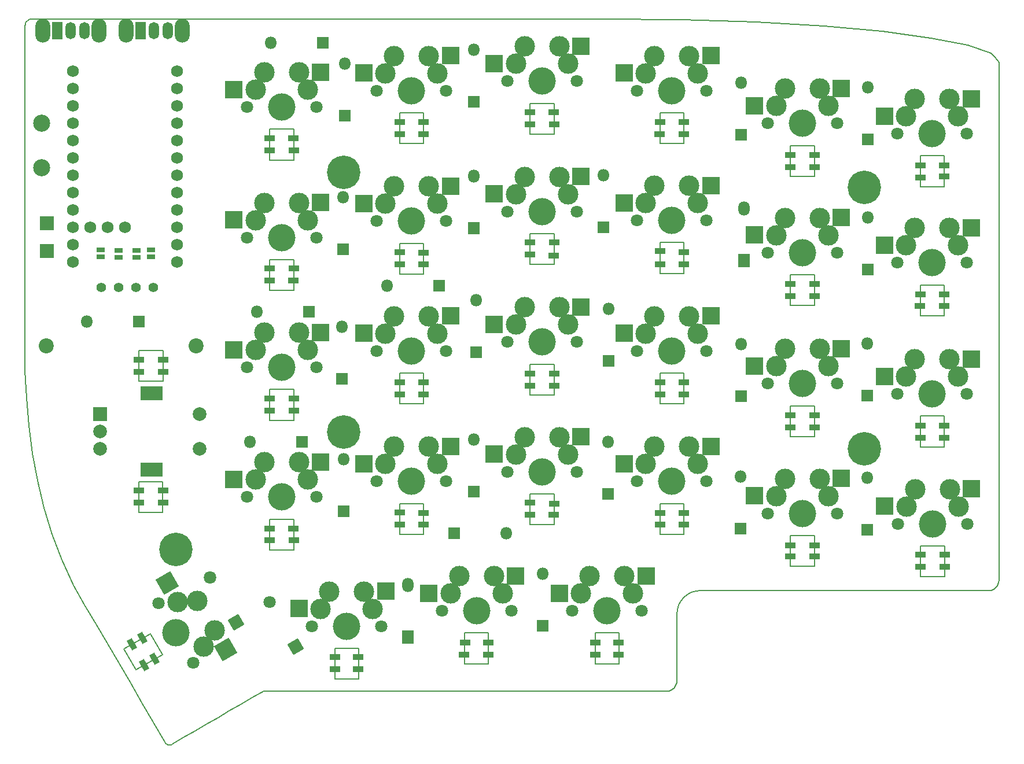
<source format=gbr>
G04 #@! TF.GenerationSoftware,KiCad,Pcbnew,(6.0.0-0)*
G04 #@! TF.CreationDate,2022-05-04T20:25:02-04:00*
G04 #@! TF.ProjectId,Lily58,4c696c79-3538-42e6-9b69-6361645f7063,rev?*
G04 #@! TF.SameCoordinates,Original*
G04 #@! TF.FileFunction,Soldermask,Bot*
G04 #@! TF.FilePolarity,Negative*
%FSLAX46Y46*%
G04 Gerber Fmt 4.6, Leading zero omitted, Abs format (unit mm)*
G04 Created by KiCad (PCBNEW (6.0.0-0)) date 2022-05-04 20:25:02*
%MOMM*%
%LPD*%
G01*
G04 APERTURE LIST*
G04 Aperture macros list*
%AMHorizOval*
0 Thick line with rounded ends*
0 $1 width*
0 $2 $3 position (X,Y) of the first rounded end (center of the circle)*
0 $4 $5 position (X,Y) of the second rounded end (center of the circle)*
0 Add line between two ends*
20,1,$1,$2,$3,$4,$5,0*
0 Add two circle primitives to create the rounded ends*
1,1,$1,$2,$3*
1,1,$1,$4,$5*%
%AMRotRect*
0 Rectangle, with rotation*
0 The origin of the aperture is its center*
0 $1 length*
0 $2 width*
0 $3 Rotation angle, in degrees counterclockwise*
0 Add horizontal line*
21,1,$1,$2,0,0,$3*%
G04 Aperture macros list end*
G04 #@! TA.AperFunction,Profile*
%ADD10C,0.200000*%
G04 #@! TD*
G04 #@! TA.AperFunction,Profile*
%ADD11C,0.150000*%
G04 #@! TD*
%ADD12RotRect,1.800000X1.800000X120.000000*%
%ADD13HorizOval,1.800000X0.000000X0.000000X0.000000X0.000000X0*%
%ADD14C,4.900000*%
%ADD15C,2.500000*%
%ADD16C,1.752600*%
%ADD17C,1.397000*%
%ADD18C,3.000000*%
%ADD19C,1.800000*%
%ADD20C,4.000000*%
%ADD21R,2.550000X2.500000*%
%ADD22RotRect,2.550000X2.500000X120.000000*%
%ADD23C,2.200000*%
%ADD24R,2.000000X2.000000*%
%ADD25C,2.000000*%
%ADD26R,3.200000X2.000000*%
%ADD27R,1.800000X1.800000*%
%ADD28O,1.800000X1.800000*%
%ADD29O,2.200000X3.500000*%
%ADD30R,1.500000X2.500000*%
%ADD31O,1.500000X2.500000*%
%ADD32R,1.143000X0.635000*%
%ADD33R,1.600000X0.850000*%
%ADD34RotRect,1.600000X0.850000X120.000000*%
%ADD35RotRect,1.600000X0.850000X300.000000*%
G04 APERTURE END LIST*
D10*
X104807833Y-37086762D02*
X94400000Y-37086762D01*
X82937528Y-82285296D02*
X82937528Y-75978362D01*
X82937528Y-75978362D02*
X82937528Y-69671429D01*
X82937528Y-88592229D02*
X82937528Y-82285296D01*
D11*
X118750000Y-57750000D02*
X118750000Y-53250000D01*
X101310889Y-127109431D02*
X103060889Y-130140520D01*
X103060889Y-130140520D02*
X99163775Y-132390520D01*
X97413775Y-129359431D02*
X101310889Y-127109431D01*
X99163775Y-132390520D02*
X97413775Y-129359431D01*
X118750000Y-72350000D02*
X122250000Y-72350000D01*
X131750000Y-129250000D02*
X131750000Y-133750000D01*
X166350000Y-127000000D02*
X169850000Y-127000000D01*
X160350000Y-111150000D02*
X156850000Y-111150000D01*
X141250000Y-108050000D02*
X141250000Y-112550000D01*
X103099200Y-104864800D02*
X103099200Y-109364800D01*
X137750000Y-108050000D02*
X141250000Y-108050000D01*
X198450000Y-117250000D02*
X194950000Y-117250000D01*
X122250000Y-114850000D02*
X118750000Y-114850000D01*
X156850000Y-111150000D02*
X156850000Y-106650000D01*
X166350000Y-131500000D02*
X166350000Y-127000000D01*
X194950000Y-117250000D02*
X194950000Y-112750000D01*
X141250000Y-112550000D02*
X137750000Y-112550000D01*
X122250000Y-110350000D02*
X122250000Y-114850000D01*
X179350000Y-108050000D02*
X179350000Y-112550000D01*
X175850000Y-108050000D02*
X179350000Y-108050000D01*
X214000000Y-118750000D02*
X214000000Y-114250000D01*
X147250000Y-127000000D02*
X150750000Y-127000000D01*
X150750000Y-131500000D02*
X147250000Y-131500000D01*
X160350000Y-106650000D02*
X160350000Y-111150000D01*
X137750000Y-112550000D02*
X137750000Y-108050000D01*
X150750000Y-127000000D02*
X150750000Y-131500000D01*
X156850000Y-106650000D02*
X160350000Y-106650000D01*
X217500000Y-114250000D02*
X217500000Y-118750000D01*
X99599200Y-104864800D02*
X103099200Y-104864800D01*
X194950000Y-112750000D02*
X198450000Y-112750000D01*
X128250000Y-129250000D02*
X131750000Y-129250000D01*
X103099200Y-109364800D02*
X99599200Y-109364800D01*
X175850000Y-112550000D02*
X175850000Y-108050000D01*
X217500000Y-118750000D02*
X214000000Y-118750000D01*
X214000000Y-114250000D02*
X217500000Y-114250000D01*
X147250000Y-131500000D02*
X147250000Y-127000000D01*
X99599200Y-109364800D02*
X99599200Y-104864800D01*
X118750000Y-114850000D02*
X118750000Y-110350000D01*
X118750000Y-110350000D02*
X122250000Y-110350000D01*
X128250000Y-133750000D02*
X128250000Y-129250000D01*
X169850000Y-127000000D02*
X169850000Y-131500000D01*
X169850000Y-131500000D02*
X166350000Y-131500000D01*
X179350000Y-112550000D02*
X175850000Y-112550000D01*
X198450000Y-112750000D02*
X198450000Y-117250000D01*
X131750000Y-133750000D02*
X128250000Y-133750000D01*
X99624000Y-90170000D02*
X99624000Y-85670000D01*
X103124000Y-85670000D02*
X103124000Y-90170000D01*
X103124000Y-90170000D02*
X99624000Y-90170000D01*
X99624000Y-85670000D02*
X103124000Y-85670000D01*
D10*
X178319348Y-134034052D02*
X178288901Y-134314154D01*
X225460000Y-100326490D02*
X225460000Y-109808112D01*
X82937528Y-63364495D02*
X82937528Y-57057562D01*
D11*
X160350000Y-92150000D02*
X156850000Y-92150000D01*
D10*
X96695647Y-131453701D02*
X98371341Y-134320020D01*
X225204001Y-120128696D02*
X225020912Y-120350648D01*
X169449826Y-135511658D02*
X176819348Y-135511658D01*
D11*
X141250000Y-88950000D02*
X141250000Y-93450000D01*
D10*
X89992869Y-119988423D02*
X91668563Y-122854742D01*
X177658308Y-135255660D02*
X177403500Y-135393876D01*
D11*
X141250000Y-55350000D02*
X137750000Y-55350000D01*
D10*
X178201565Y-134595810D02*
X178063349Y-134850619D01*
X104288864Y-143357278D02*
X104456758Y-143271756D01*
D11*
X122250000Y-72350000D02*
X122250000Y-76850000D01*
D10*
X225460000Y-43436755D02*
X225460000Y-52918378D01*
D11*
X198450000Y-60150000D02*
X194950000Y-60150000D01*
D10*
X136027379Y-37086762D02*
X125619545Y-37086762D01*
X104130206Y-143404468D02*
X104288864Y-143357278D01*
X83245570Y-37394123D02*
X83400937Y-37265961D01*
X103842470Y-143386445D02*
X103981252Y-143413974D01*
D11*
X179350000Y-50850000D02*
X179350000Y-55350000D01*
D10*
X82937528Y-50750629D02*
X82937528Y-44443695D01*
X103597295Y-143222884D02*
X103714328Y-143322532D01*
X116186619Y-136480784D02*
X117862313Y-135510645D01*
X224278471Y-42156190D02*
X220889319Y-40963847D01*
D11*
X217450000Y-80550000D02*
X213950000Y-80550000D01*
D10*
X103981252Y-143413974D02*
X104130206Y-143404468D01*
D11*
X194950000Y-93750000D02*
X198450000Y-93750000D01*
X156850000Y-87650000D02*
X160350000Y-87650000D01*
D10*
X224900000Y-42700000D02*
X224278471Y-42156190D01*
X178319348Y-131597973D02*
X178319348Y-132816013D01*
D11*
X137750000Y-74450000D02*
X137750000Y-69950000D01*
D10*
X178319348Y-129161894D02*
X178319348Y-130379933D01*
D11*
X118750000Y-76850000D02*
X118750000Y-72350000D01*
X122250000Y-91350000D02*
X122250000Y-95850000D01*
D10*
X83579303Y-37169210D02*
X83776462Y-37108075D01*
X178594174Y-122926713D02*
X178916678Y-122332160D01*
X178390391Y-123583911D02*
X178594174Y-122926713D01*
X104456758Y-143271756D02*
X106132452Y-142301617D01*
X197622092Y-120789735D02*
X202889673Y-120789735D01*
X213424836Y-120789735D02*
X218692418Y-120789735D01*
X225460000Y-90844867D02*
X225460000Y-100326490D01*
D11*
X160350000Y-49460000D02*
X160350000Y-53960000D01*
D10*
X91668563Y-122854742D02*
X93344258Y-125721062D01*
X139971738Y-135511658D02*
X147341260Y-135511658D01*
X82937528Y-44443695D02*
X82937528Y-38136762D01*
X224900000Y-42700000D02*
X225460000Y-43436755D01*
D11*
X179350000Y-55350000D02*
X175850000Y-55350000D01*
D10*
X83400937Y-37265961D02*
X83579303Y-37169210D01*
D11*
X118750000Y-91350000D02*
X122250000Y-91350000D01*
D10*
X95019952Y-128587381D02*
X96695647Y-131453701D01*
D11*
X137750000Y-69950000D02*
X141250000Y-69950000D01*
D10*
X192354511Y-120789735D02*
X197622092Y-120789735D01*
D11*
X156850000Y-68550000D02*
X160350000Y-68550000D01*
D10*
X181819348Y-120789735D02*
X187086929Y-120789735D01*
X177880261Y-135072571D02*
X177658308Y-135255660D01*
X103398425Y-142918979D02*
X103491837Y-143088150D01*
D11*
X175850000Y-74350000D02*
X175850000Y-69850000D01*
D10*
X225020912Y-120350648D02*
X224798960Y-120533736D01*
D11*
X141250000Y-93450000D02*
X137750000Y-93450000D01*
D10*
X83020657Y-37727855D02*
X83117409Y-37549489D01*
D11*
X217450000Y-95250000D02*
X217450000Y-99750000D01*
D10*
X106132452Y-142301617D02*
X107808147Y-141331479D01*
D11*
X179350000Y-69850000D02*
X179350000Y-74350000D01*
X141250000Y-74450000D02*
X137750000Y-74450000D01*
D10*
X215525697Y-39885159D02*
X208420758Y-38945561D01*
D11*
X213950000Y-76050000D02*
X217450000Y-76050000D01*
D10*
X177403500Y-135393876D02*
X177121844Y-135481211D01*
D11*
X122250000Y-57750000D02*
X118750000Y-57750000D01*
X194950000Y-79050000D02*
X194950000Y-74550000D01*
X160350000Y-68550000D02*
X160350000Y-73050000D01*
X175850000Y-88950000D02*
X179350000Y-88950000D01*
X213950000Y-95250000D02*
X217450000Y-95250000D01*
X160350000Y-73050000D02*
X156850000Y-73050000D01*
X122250000Y-53250000D02*
X122250000Y-57750000D01*
X198450000Y-98250000D02*
X194950000Y-98250000D01*
D10*
X178319348Y-126725814D02*
X178319348Y-127943854D01*
X178063349Y-134850619D02*
X177880261Y-135072571D01*
X224262495Y-120759288D02*
X223959999Y-120789735D01*
X83135690Y-92617561D02*
X83490297Y-96657663D01*
D11*
X137750000Y-55350000D02*
X137750000Y-50850000D01*
D10*
X178319348Y-132816013D02*
X178319348Y-134034052D01*
D11*
X137750000Y-50850000D02*
X141250000Y-50850000D01*
D10*
X179343884Y-121814271D02*
X179861773Y-121387065D01*
X125619545Y-37086762D02*
X115211711Y-37086762D01*
X225460000Y-109808112D02*
X225460000Y-119289735D01*
X88291758Y-116318073D02*
X89993333Y-119989540D01*
X83117409Y-37549489D02*
X83245570Y-37394123D01*
D11*
X217450000Y-99750000D02*
X213950000Y-99750000D01*
X122250000Y-95850000D02*
X118750000Y-95850000D01*
D10*
X178916678Y-122332160D02*
X179343884Y-121814271D01*
X83490297Y-96657663D02*
X84020972Y-100690825D01*
X103714328Y-143322532D02*
X103842470Y-143386445D01*
X82938210Y-38136762D02*
X82959523Y-37925015D01*
X208157255Y-120789735D02*
X213424836Y-120789735D01*
X125232695Y-135511658D02*
X132602217Y-135511658D01*
X225460000Y-52918378D02*
X225460000Y-62400000D01*
D11*
X118750000Y-53250000D02*
X122250000Y-53250000D01*
D10*
X83776462Y-37108075D02*
X83988210Y-37086762D01*
X112835230Y-138421062D02*
X114510925Y-137450923D01*
X154710782Y-135511658D02*
X162080304Y-135511658D01*
X109483841Y-140361340D02*
X111159536Y-139391201D01*
X179861773Y-121387065D02*
X180456326Y-121064561D01*
D11*
X122250000Y-76850000D02*
X118750000Y-76850000D01*
D10*
X178319348Y-127943854D02*
X178319348Y-129161894D01*
D11*
X156850000Y-49460000D02*
X160350000Y-49460000D01*
D10*
X146435213Y-37086762D02*
X136027379Y-37086762D01*
D11*
X213950000Y-99750000D02*
X213950000Y-95250000D01*
D10*
X218692418Y-120789735D02*
X223959999Y-120789735D01*
X85688004Y-108649127D02*
X86863105Y-112530670D01*
X86863105Y-112530670D02*
X88291758Y-116318073D01*
D11*
X194950000Y-55650000D02*
X198450000Y-55650000D01*
D10*
X178288901Y-134314154D02*
X178201565Y-134595810D01*
X162080304Y-135511658D02*
X169449826Y-135511658D01*
X156843047Y-37086762D02*
X146435213Y-37086762D01*
D11*
X179350000Y-74350000D02*
X175850000Y-74350000D01*
D10*
X178319348Y-130379933D02*
X178319348Y-131597973D01*
D11*
X137750000Y-88950000D02*
X141250000Y-88950000D01*
D10*
X117863173Y-135511658D02*
X125232695Y-135511658D01*
X180456326Y-121064561D02*
X181113524Y-120860778D01*
D11*
X198450000Y-74550000D02*
X198450000Y-79050000D01*
X175850000Y-55350000D02*
X175850000Y-50850000D01*
D10*
X189919538Y-37585374D02*
X178989563Y-37215654D01*
X107808147Y-141331479D02*
X109483841Y-140361340D01*
X115211711Y-37086762D02*
X104803877Y-37086762D01*
D11*
X194950000Y-98250000D02*
X194950000Y-93750000D01*
X213950000Y-57150000D02*
X217450000Y-57150000D01*
X217450000Y-76050000D02*
X217450000Y-80550000D01*
D10*
X225429552Y-119592231D02*
X225342217Y-119873887D01*
D11*
X137750000Y-93450000D02*
X137750000Y-88950000D01*
D10*
X82937528Y-57057562D02*
X82937528Y-50750629D01*
X225460000Y-71881623D02*
X225460000Y-81363245D01*
X101722730Y-140052659D02*
X103398425Y-142918979D01*
D11*
X175850000Y-69850000D02*
X179350000Y-69850000D01*
X179350000Y-88950000D02*
X179350000Y-93450000D01*
D10*
X181113524Y-120860778D02*
X181819348Y-120789735D01*
X225460000Y-62400000D02*
X225460000Y-71881623D01*
X103491837Y-143088150D02*
X103597295Y-143222884D01*
X84020972Y-100690825D02*
X84747083Y-104695246D01*
X94396044Y-37086762D02*
X83988210Y-37086762D01*
X178319348Y-124289735D02*
X178319348Y-125507775D01*
D11*
X175850000Y-93450000D02*
X175850000Y-88950000D01*
X160350000Y-87650000D02*
X160350000Y-92150000D01*
D10*
X208420758Y-38945561D02*
X199807654Y-38170488D01*
X132602217Y-135511658D02*
X139971738Y-135511658D01*
X82937777Y-88592317D02*
X83135690Y-92617561D01*
D11*
X198450000Y-55650000D02*
X198450000Y-60150000D01*
D10*
X147341260Y-135511658D02*
X154710782Y-135511658D01*
D11*
X141250000Y-50850000D02*
X141250000Y-55350000D01*
X160350000Y-53960000D02*
X156850000Y-53960000D01*
D10*
X178319348Y-124289735D02*
X178390391Y-123583911D01*
D11*
X156850000Y-92150000D02*
X156850000Y-87650000D01*
D10*
X98371341Y-134320020D02*
X100047036Y-137186340D01*
X225342217Y-119873887D02*
X225204001Y-120128696D01*
X202889673Y-120789735D02*
X208157255Y-120789735D01*
X82937528Y-69671429D02*
X82937528Y-63364495D01*
D11*
X198450000Y-93750000D02*
X198450000Y-98250000D01*
X141250000Y-69950000D02*
X141250000Y-74450000D01*
D10*
X111159536Y-139391201D02*
X112835230Y-138421062D01*
D11*
X213950000Y-80550000D02*
X213950000Y-76050000D01*
D10*
X225460000Y-81363245D02*
X225460000Y-90844867D01*
X187086929Y-120789735D02*
X192354511Y-120789735D01*
X220889319Y-40963847D02*
X215525697Y-39885159D01*
D11*
X118750000Y-95850000D02*
X118750000Y-91350000D01*
D10*
X177121844Y-135481211D02*
X176819348Y-135511658D01*
D11*
X156850000Y-73050000D02*
X156850000Y-68550000D01*
X217450000Y-61650000D02*
X213950000Y-61650000D01*
D10*
X84747083Y-104695246D02*
X85688004Y-108649127D01*
D11*
X198450000Y-79050000D02*
X194950000Y-79050000D01*
D10*
X167250881Y-37086762D02*
X156843047Y-37086762D01*
X114510925Y-137450923D02*
X116186619Y-136480784D01*
X224544152Y-120671952D02*
X224262495Y-120759288D01*
X100047036Y-137186340D02*
X101722730Y-140052659D01*
D11*
X194950000Y-60150000D02*
X194950000Y-55650000D01*
X213950000Y-61650000D02*
X213950000Y-57150000D01*
D10*
X93344258Y-125721062D02*
X95019952Y-128587381D01*
X178989563Y-37215654D02*
X167250881Y-37086762D01*
D11*
X217450000Y-57150000D02*
X217450000Y-61650000D01*
D10*
X224798960Y-120533736D02*
X224544152Y-120671952D01*
X225459999Y-119289735D02*
X225429552Y-119592231D01*
D11*
X194950000Y-74550000D02*
X198450000Y-74550000D01*
D10*
X199807654Y-38170488D02*
X189919538Y-37585374D01*
D11*
X179350000Y-93450000D02*
X175850000Y-93450000D01*
X175850000Y-50850000D02*
X179350000Y-50850000D01*
X156850000Y-53960000D02*
X156850000Y-49460000D01*
D10*
X178319348Y-125507775D02*
X178319348Y-126725814D01*
X82959523Y-37925015D02*
X83020657Y-37727855D01*
D12*
X113792000Y-125476000D03*
D13*
X109982000Y-118876886D03*
D14*
X129600000Y-59600000D03*
X205800000Y-61800000D03*
X129600000Y-97600000D03*
X205800000Y-100000000D03*
X105000000Y-114800000D03*
D15*
X85344000Y-58876000D03*
X85344000Y-52376000D03*
D16*
X89946005Y-44736130D03*
X89946005Y-47276130D03*
X89946005Y-49816130D03*
X89946005Y-52356130D03*
X89946005Y-54896130D03*
X89946005Y-57436130D03*
X89946005Y-59976130D03*
X89946005Y-62516130D03*
X89946005Y-65056130D03*
X89946005Y-67596130D03*
X89946005Y-70136130D03*
X89946005Y-72676130D03*
X105186005Y-72676130D03*
X105186005Y-70136130D03*
X105186005Y-67596130D03*
X105186005Y-65056130D03*
X105186005Y-62516130D03*
X105186005Y-59976130D03*
X105186005Y-57436130D03*
X105186005Y-54896130D03*
X105186005Y-52356130D03*
X105186005Y-49816130D03*
X105186005Y-47276130D03*
X105186005Y-44736130D03*
X92486005Y-67596130D03*
X95026005Y-67596130D03*
X97566005Y-67596130D03*
D17*
X94107000Y-76454000D03*
X96647000Y-76454000D03*
X99187000Y-76454000D03*
X101727000Y-76454000D03*
D18*
X136960000Y-42520000D03*
X143310000Y-45060000D03*
X135690000Y-45060000D03*
D19*
X144580000Y-47600000D03*
D18*
X142040000Y-42520000D03*
D19*
X134420000Y-47600000D03*
D20*
X139500000Y-47600000D03*
D21*
X132500000Y-45020000D03*
X145200000Y-42480000D03*
D19*
X163680000Y-46210000D03*
D18*
X154790000Y-43670000D03*
X161140000Y-41130000D03*
D20*
X158600000Y-46210000D03*
D18*
X156060000Y-41130000D03*
D19*
X153520000Y-46210000D03*
D18*
X162410000Y-43670000D03*
D21*
X151600000Y-43630000D03*
X164300000Y-41090000D03*
D18*
X175060000Y-42520000D03*
D19*
X172520000Y-47600000D03*
D20*
X177600000Y-47600000D03*
D19*
X182680000Y-47600000D03*
D18*
X180140000Y-42520000D03*
X173790000Y-45060000D03*
X181410000Y-45060000D03*
D21*
X170600000Y-45020000D03*
X183300000Y-42480000D03*
D18*
X194160000Y-47320000D03*
X192890000Y-49860000D03*
X200510000Y-49860000D03*
X199240000Y-47320000D03*
D19*
X201780000Y-52400000D03*
X191620000Y-52400000D03*
D20*
X196700000Y-52400000D03*
D21*
X189700000Y-49820000D03*
X202400000Y-47280000D03*
D18*
X219510000Y-51360000D03*
D19*
X210620000Y-53900000D03*
D20*
X215700000Y-53900000D03*
D19*
X220780000Y-53900000D03*
D18*
X211890000Y-51360000D03*
X213160000Y-48820000D03*
X218240000Y-48820000D03*
D21*
X208700000Y-51320000D03*
X221400000Y-48780000D03*
D19*
X115420000Y-69100000D03*
D18*
X117960000Y-64020000D03*
X124310000Y-66560000D03*
D19*
X125580000Y-69100000D03*
D18*
X123040000Y-64020000D03*
X116690000Y-66560000D03*
D20*
X120500000Y-69100000D03*
D21*
X113500000Y-66520000D03*
X126200000Y-63980000D03*
D18*
X142040000Y-61620000D03*
X135690000Y-64160000D03*
X136960000Y-61620000D03*
D19*
X144580000Y-66700000D03*
D20*
X139500000Y-66700000D03*
D18*
X143310000Y-64160000D03*
D19*
X134420000Y-66700000D03*
D21*
X132500000Y-64120000D03*
X145200000Y-61580000D03*
D18*
X156060000Y-60220000D03*
X162410000Y-62760000D03*
D20*
X158600000Y-65300000D03*
D18*
X154790000Y-62760000D03*
X161140000Y-60220000D03*
D19*
X163680000Y-65300000D03*
X153520000Y-65300000D03*
D21*
X151600000Y-62720000D03*
X164300000Y-60180000D03*
D18*
X181410000Y-64060000D03*
X173790000Y-64060000D03*
X175060000Y-61520000D03*
X180140000Y-61520000D03*
D19*
X182680000Y-66600000D03*
X172520000Y-66600000D03*
D20*
X177600000Y-66600000D03*
D21*
X170600000Y-64020000D03*
X183300000Y-61480000D03*
D19*
X191620000Y-71300000D03*
D20*
X196700000Y-71300000D03*
D18*
X199240000Y-66220000D03*
D19*
X201780000Y-71300000D03*
D18*
X192890000Y-68760000D03*
X200510000Y-68760000D03*
X194160000Y-66220000D03*
D21*
X189700000Y-68720000D03*
X202400000Y-66180000D03*
D18*
X219510000Y-70260000D03*
D19*
X210620000Y-72800000D03*
D18*
X213160000Y-67720000D03*
D19*
X220780000Y-72800000D03*
D18*
X211890000Y-70260000D03*
D20*
X215700000Y-72800000D03*
D18*
X218240000Y-67720000D03*
D21*
X208700000Y-70220000D03*
X221400000Y-67680000D03*
D18*
X124310000Y-85560000D03*
D19*
X125580000Y-88100000D03*
D18*
X117960000Y-83020000D03*
D20*
X120500000Y-88100000D03*
D18*
X123040000Y-83020000D03*
X116690000Y-85560000D03*
D19*
X115420000Y-88100000D03*
D21*
X113500000Y-85520000D03*
X126200000Y-82980000D03*
D18*
X142040000Y-80620000D03*
D20*
X139500000Y-85700000D03*
D18*
X143310000Y-83160000D03*
X135690000Y-83160000D03*
D19*
X134420000Y-85700000D03*
D18*
X136960000Y-80620000D03*
D19*
X144580000Y-85700000D03*
D21*
X132500000Y-83120000D03*
X145200000Y-80580000D03*
D20*
X158600000Y-84400000D03*
D19*
X153520000Y-84400000D03*
D18*
X162410000Y-81860000D03*
D19*
X163680000Y-84400000D03*
D18*
X154790000Y-81860000D03*
X161140000Y-79320000D03*
X156060000Y-79320000D03*
D21*
X151600000Y-81820000D03*
X164300000Y-79280000D03*
D18*
X181410000Y-83160000D03*
X173790000Y-83160000D03*
D20*
X177600000Y-85700000D03*
D19*
X172520000Y-85700000D03*
D18*
X175060000Y-80620000D03*
X180140000Y-80620000D03*
D19*
X182680000Y-85700000D03*
D21*
X170600000Y-83120000D03*
X183300000Y-80580000D03*
D19*
X201780000Y-90500000D03*
X191620000Y-90500000D03*
D18*
X192890000Y-87960000D03*
D20*
X196700000Y-90500000D03*
D18*
X194160000Y-85420000D03*
X199240000Y-85420000D03*
X200510000Y-87960000D03*
D21*
X189700000Y-87920000D03*
X202400000Y-85380000D03*
D18*
X213160000Y-86920000D03*
D19*
X220780000Y-92000000D03*
D18*
X211890000Y-89460000D03*
X218240000Y-86920000D03*
D20*
X215700000Y-92000000D03*
D18*
X219510000Y-89460000D03*
D19*
X210620000Y-92000000D03*
D21*
X208700000Y-89420000D03*
X221400000Y-86880000D03*
D20*
X120500000Y-107100000D03*
D19*
X125580000Y-107100000D03*
D18*
X124310000Y-104560000D03*
X117960000Y-102020000D03*
X116690000Y-104560000D03*
X123040000Y-102020000D03*
D19*
X115420000Y-107100000D03*
D21*
X113500000Y-104520000D03*
X126200000Y-101980000D03*
D20*
X139500000Y-104800000D03*
D19*
X134420000Y-104800000D03*
D18*
X136960000Y-99720000D03*
X135690000Y-102260000D03*
X142040000Y-99720000D03*
X143310000Y-102260000D03*
D19*
X144580000Y-104800000D03*
D21*
X132500000Y-102220000D03*
X145200000Y-99680000D03*
D18*
X156060000Y-98320000D03*
X154790000Y-100860000D03*
X162410000Y-100860000D03*
D20*
X158600000Y-103400000D03*
D19*
X153520000Y-103400000D03*
X163680000Y-103400000D03*
D18*
X161140000Y-98320000D03*
D21*
X151600000Y-100820000D03*
X164300000Y-98280000D03*
D18*
X175060000Y-99720000D03*
D20*
X177600000Y-104800000D03*
D18*
X181410000Y-102260000D03*
X173790000Y-102260000D03*
D19*
X172520000Y-104800000D03*
D18*
X180140000Y-99720000D03*
D19*
X182680000Y-104800000D03*
D21*
X170600000Y-102220000D03*
X183300000Y-99680000D03*
D18*
X192890000Y-106960000D03*
D19*
X191620000Y-109500000D03*
D18*
X199240000Y-104420000D03*
X200510000Y-106960000D03*
X194160000Y-104420000D03*
D20*
X196700000Y-109500000D03*
D19*
X201780000Y-109500000D03*
D21*
X189700000Y-106920000D03*
X202400000Y-104380000D03*
D19*
X210670000Y-111000000D03*
D18*
X211940000Y-108460000D03*
D20*
X215750000Y-111000000D03*
D18*
X213210000Y-105920000D03*
D19*
X220830000Y-111000000D03*
D18*
X218290000Y-105920000D03*
X219560000Y-108460000D03*
D21*
X208750000Y-108420000D03*
X221450000Y-105880000D03*
D20*
X105000000Y-127000000D03*
D19*
X102460000Y-122600591D03*
D18*
X110669409Y-126659705D03*
X108129409Y-122260295D03*
X109104705Y-129029557D03*
X105294705Y-122430443D03*
D19*
X107540000Y-131399409D03*
D22*
X103734346Y-119647822D03*
X112284050Y-129376345D03*
D20*
X130000000Y-126000000D03*
D19*
X135080000Y-126000000D03*
D18*
X126190000Y-123460000D03*
X132540000Y-120920000D03*
X127460000Y-120920000D03*
X133810000Y-123460000D03*
D19*
X124920000Y-126000000D03*
D21*
X123000000Y-123420000D03*
X135700000Y-120880000D03*
D19*
X143920000Y-123750000D03*
D18*
X146460000Y-118670000D03*
D20*
X149000000Y-123750000D03*
D19*
X154080000Y-123750000D03*
D18*
X152810000Y-121210000D03*
X151540000Y-118670000D03*
X145190000Y-121210000D03*
D21*
X142000000Y-121170000D03*
X154700000Y-118630000D03*
D20*
X168100000Y-123750000D03*
D18*
X165560000Y-118670000D03*
X171910000Y-121210000D03*
D19*
X173180000Y-123750000D03*
X163020000Y-123750000D03*
D18*
X170640000Y-118670000D03*
X164290000Y-121210000D03*
D21*
X161100000Y-121170000D03*
X173800000Y-118630000D03*
D23*
X86000000Y-85000000D03*
X108000000Y-85000000D03*
D18*
X117960000Y-44920000D03*
D19*
X125580000Y-50000000D03*
D18*
X124310000Y-47460000D03*
X116690000Y-47460000D03*
X123040000Y-44920000D03*
D20*
X120500000Y-50000000D03*
D19*
X115420000Y-50000000D03*
D21*
X113500000Y-47420000D03*
X126200000Y-44880000D03*
D24*
X93954600Y-94996000D03*
D25*
X93954600Y-99996000D03*
X93954600Y-97496000D03*
D26*
X101454600Y-91896000D03*
X101454600Y-103096000D03*
D25*
X108454600Y-99996000D03*
X108454600Y-94996000D03*
D27*
X206146400Y-111912400D03*
D28*
X206146400Y-104292400D03*
D27*
X206197200Y-92252800D03*
D28*
X206197200Y-84632800D03*
D27*
X148640800Y-106324400D03*
D28*
X148640800Y-98704400D03*
D27*
X187756800Y-92303600D03*
D28*
X187756800Y-84683600D03*
D27*
X206248000Y-73761600D03*
D28*
X206248000Y-66141600D03*
D27*
X129438400Y-70815200D03*
D28*
X129438400Y-63195200D03*
D27*
X148945600Y-85902800D03*
D28*
X148945600Y-78282800D03*
D27*
X126492000Y-40640000D03*
D28*
X118872000Y-40640000D03*
D12*
X122555000Y-129029557D03*
D13*
X118745000Y-122430443D03*
D29*
X85526000Y-38862000D03*
X93726000Y-38862000D03*
D30*
X87626000Y-38862000D03*
D31*
X89626000Y-38862000D03*
X91626000Y-38862000D03*
D27*
X167589200Y-67614800D03*
D28*
X167589200Y-59994800D03*
D27*
X188163200Y-72390000D03*
D28*
X188163200Y-64770000D03*
D27*
X143510000Y-76200000D03*
D28*
X135890000Y-76200000D03*
D27*
X129540000Y-109220000D03*
D28*
X129540000Y-101600000D03*
D27*
X123444000Y-99060000D03*
D28*
X115824000Y-99060000D03*
D27*
X168250000Y-106680000D03*
D28*
X168250000Y-99060000D03*
D27*
X148590000Y-67691000D03*
D28*
X148590000Y-60071000D03*
D27*
X187756800Y-54051200D03*
D28*
X187756800Y-46431200D03*
D27*
X158700000Y-125984000D03*
D28*
X158700000Y-118364000D03*
D27*
X124460000Y-80010000D03*
D28*
X116840000Y-80010000D03*
D27*
X129336800Y-89814400D03*
D28*
X129336800Y-82194400D03*
D29*
X97718000Y-38862000D03*
X105918000Y-38862000D03*
D30*
X99818000Y-38862000D03*
D31*
X101818000Y-38862000D03*
X103818000Y-38862000D03*
D27*
X168351200Y-87172800D03*
D28*
X168351200Y-79552800D03*
D27*
X145745200Y-112420400D03*
D28*
X153365200Y-112420400D03*
D27*
X206298800Y-54762400D03*
D28*
X206298800Y-47142400D03*
D27*
X129692400Y-51308000D03*
D28*
X129692400Y-43688000D03*
D27*
X148590000Y-49225200D03*
D28*
X148590000Y-41605200D03*
D27*
X187655200Y-111760000D03*
D28*
X187655200Y-104140000D03*
D27*
X99568000Y-81407000D03*
D28*
X91948000Y-81407000D03*
D27*
X138988800Y-127762000D03*
D28*
X138988800Y-120142000D03*
D27*
X126492000Y-40640000D03*
D28*
X118872000Y-40640000D03*
D27*
X129692400Y-51308000D03*
D28*
X129692400Y-43688000D03*
D27*
X148590000Y-49225200D03*
D28*
X148590000Y-41605200D03*
D27*
X145745200Y-112420400D03*
D28*
X153365200Y-112420400D03*
D27*
X187756800Y-54051200D03*
D28*
X187756800Y-46431200D03*
D27*
X206298800Y-54762400D03*
D28*
X206298800Y-47142400D03*
D27*
X129438400Y-70815200D03*
D28*
X129438400Y-63195200D03*
D27*
X143510000Y-76200000D03*
D28*
X135890000Y-76200000D03*
D27*
X148590000Y-67818000D03*
D28*
X148590000Y-60198000D03*
D27*
X167589200Y-67614800D03*
D28*
X167589200Y-59994800D03*
D27*
X188163200Y-72593200D03*
D28*
X188163200Y-64973200D03*
D27*
X206248000Y-73761600D03*
D28*
X206248000Y-66141600D03*
D27*
X124460000Y-80010000D03*
D28*
X116840000Y-80010000D03*
D27*
X129336800Y-89814400D03*
D28*
X129336800Y-82194400D03*
D27*
X148945600Y-85902800D03*
D28*
X148945600Y-78282800D03*
D27*
X168351200Y-87172800D03*
D28*
X168351200Y-79552800D03*
D27*
X187756800Y-92303600D03*
D28*
X187756800Y-84683600D03*
D27*
X206197200Y-92252800D03*
D28*
X206197200Y-84632800D03*
D27*
X123444000Y-99060000D03*
D28*
X115824000Y-99060000D03*
D27*
X129540000Y-109220000D03*
D28*
X129540000Y-101600000D03*
D27*
X148640800Y-106324400D03*
D28*
X148640800Y-98704400D03*
D27*
X168250000Y-106680000D03*
D28*
X168250000Y-99060000D03*
D27*
X187655200Y-111760000D03*
D28*
X187655200Y-104140000D03*
D27*
X99568000Y-81407000D03*
D28*
X91948000Y-81407000D03*
D12*
X122555000Y-129029557D03*
D13*
X118745000Y-122430443D03*
D27*
X138988800Y-127508000D03*
D28*
X138988800Y-119888000D03*
D27*
X158700000Y-125984000D03*
D28*
X158700000Y-118364000D03*
D32*
X101376005Y-71951760D03*
X101376005Y-70951000D03*
X99210810Y-71993760D03*
X99210810Y-70993000D03*
X96610810Y-71993760D03*
X96610810Y-70993000D03*
X94010005Y-71951760D03*
X94010005Y-70951000D03*
D27*
X206146400Y-111912400D03*
D28*
X206146400Y-104292400D03*
D33*
X198501000Y-115824000D03*
X137795000Y-111125000D03*
X122301000Y-73660000D03*
X122301000Y-94488000D03*
X175895000Y-92075000D03*
X198501000Y-57023000D03*
X128270000Y-132334000D03*
X198501000Y-114173000D03*
X198501000Y-95123000D03*
X118745000Y-111760000D03*
X194945000Y-75946000D03*
X217424000Y-77470000D03*
X118745000Y-73660000D03*
X122301000Y-92710000D03*
X166370000Y-130175000D03*
X118745000Y-54610000D03*
X131699000Y-132334000D03*
X156845000Y-50800000D03*
X213995000Y-77470000D03*
X137795000Y-53975000D03*
X194945000Y-95123000D03*
X213995000Y-115570000D03*
X217424000Y-96647000D03*
X160401000Y-52578000D03*
X147193000Y-130175000D03*
D34*
X100330000Y-131699000D03*
D33*
X179324000Y-109474000D03*
X198501000Y-96901000D03*
X141224000Y-71374000D03*
X141224000Y-90297000D03*
X156845000Y-89027000D03*
X137795000Y-73025000D03*
X99568000Y-106172000D03*
D35*
X98552000Y-128651000D03*
D33*
X217551000Y-117348000D03*
X160274000Y-109728000D03*
X213995000Y-98425000D03*
X103124000Y-88773000D03*
X99568000Y-107950000D03*
X156845000Y-69850000D03*
X179324000Y-53975000D03*
X118745000Y-56388000D03*
X103124000Y-106172000D03*
X179324000Y-52197000D03*
X141224000Y-92075000D03*
X156845000Y-52578000D03*
X169799000Y-128397000D03*
X141224000Y-52197000D03*
X160274000Y-50800000D03*
X175895000Y-109474000D03*
X160274000Y-71755000D03*
X160401000Y-69850000D03*
X103124000Y-86995000D03*
X128270000Y-130556000D03*
X194945000Y-77724000D03*
X131699000Y-130556000D03*
X213868000Y-79121000D03*
X141224000Y-111125000D03*
X141224000Y-73025000D03*
X217551000Y-115570000D03*
X122174000Y-111760000D03*
X213995000Y-60325000D03*
X213995000Y-117348000D03*
X103124000Y-107950000D03*
X147320000Y-128397000D03*
X99568000Y-88773000D03*
X194945000Y-96901000D03*
X175895000Y-71120000D03*
X179324000Y-73025000D03*
X166370000Y-128397000D03*
X213995000Y-96647000D03*
X156845000Y-107950000D03*
D12*
X113792000Y-125471114D03*
D13*
X109982000Y-118872000D03*
D33*
X122174000Y-54610000D03*
X99568000Y-86995000D03*
X179324000Y-90297000D03*
X213995000Y-58547000D03*
X175768000Y-53975000D03*
X137795000Y-71247000D03*
X122301000Y-56388000D03*
X217424000Y-98425000D03*
D24*
X86106000Y-67056000D03*
D33*
X137795000Y-92075000D03*
X198501000Y-75946000D03*
X137795000Y-52197000D03*
X175895000Y-111125000D03*
X198501000Y-58801000D03*
X217424000Y-58547000D03*
X118745000Y-92710000D03*
X118745000Y-113411000D03*
X217424000Y-79121000D03*
X150749000Y-130175000D03*
X194945000Y-114173000D03*
X175895000Y-90297000D03*
X137795000Y-109347000D03*
X122174000Y-75438000D03*
X156845000Y-109728000D03*
D35*
X101854000Y-130810000D03*
D33*
X217424000Y-60198000D03*
X156845000Y-90805000D03*
D24*
X86106000Y-71120000D03*
D33*
X122301000Y-113411000D03*
X160401000Y-108077000D03*
X160401000Y-89027000D03*
D34*
X100076000Y-127762000D03*
D33*
X194945000Y-115824000D03*
X179324000Y-92075000D03*
X150749000Y-128397000D03*
X141224000Y-53975000D03*
X118745000Y-94488000D03*
X194945000Y-58801000D03*
X156845000Y-71628000D03*
X141224000Y-109474000D03*
X179324000Y-111125000D03*
X169799000Y-130175000D03*
X175895000Y-73025000D03*
X118745000Y-75438000D03*
X198501000Y-77724000D03*
X137795000Y-90297000D03*
X175895000Y-52197000D03*
X160401000Y-90805000D03*
X194945000Y-57023000D03*
X179324000Y-71247000D03*
M02*

</source>
